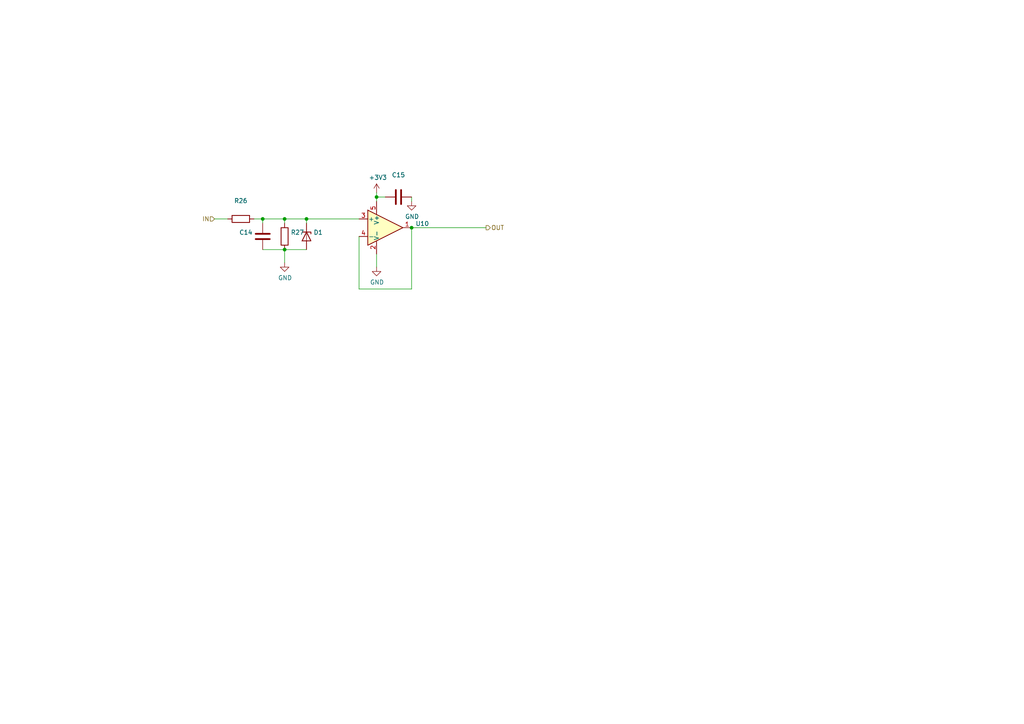
<source format=kicad_sch>
(kicad_sch (version 20211123) (generator eeschema)
  (paper "A4")
  (title_block (title "Analog input"))
  (lib_symbols
    (symbol "Amplifier_Operational:MCP6001x-LT" (pin_names (offset 0.127))
      (property "Reference" "U" (at -1.27 6.35 0))
      (property "Value" "MCP6001x-LT" (at -1.27 3.81 0))
      (symbol "MCP6001x-LT_0_1"
        (polyline (pts (xy -5.08 5.08) (xy 5.08 0) (xy -5.08 -5.08) (xy -5.08 5.08)) (stroke (width 0.254)) (fill (type background)))
        (pin power_in line (at -2.54 -7.62 90) (length 3.81) (name "V-") (number "2"))
        (pin power_in line (at -2.54 7.62 270) (length 3.81) (name "V+") (number "5"))
      )
      (symbol "MCP6001x-LT_1_1"
        (pin output line (at 7.62 0 180) (length 2.54) (name "~") (number "1"))
        (pin input line (at -7.62 2.54 0) (length 2.54) (name "+") (number "3"))
        (pin input line (at -7.62 -2.54 0) (length 2.54) (name "-") (number "4"))
      )
    )
    (symbol "Device:C" (pin_numbers hide) (pin_names (offset 0.254))
      (property "Reference" "C" (at 0.635 2.54 0))
      (property "Value" "C" (at 0.635 -2.54 0))
      (symbol "C_0_1"
        (polyline (pts (xy -2.032 -0.762) (xy 2.032 -0.762)) (stroke (width 0.508)))
        (polyline (pts (xy -2.032 0.762) (xy 2.032 0.762)) (stroke (width 0.508)))
      )
      (symbol "C_1_1"
        (pin passive line (at 0 3.81 270) (length 2.794) (name "~") (number "1"))
        (pin passive line (at 0 -3.81 90) (length 2.794) (name "~") (number "2"))
      )
    )
    (symbol "Device:R" (pin_numbers hide) (pin_names (offset 0))
      (property "Reference" "R" (at 2.032 0 90))
      (property "Value" "R" (at 0 0 90))
      (symbol "R_0_1"
        (rectangle (start -1.016 -2.54) (end 1.016 2.54) (stroke (width 0.254)))
      )
      (symbol "R_1_1"
        (pin passive line (at 0 3.81 270) (length 1.27) (name "~") (number "1"))
        (pin passive line (at 0 -3.81 90) (length 1.27) (name "~") (number "2"))
      )
    )
    (symbol "karta_pomiarowa_v2-rescue:+3.3V-power" (power) (pin_names (offset 0))
      (property "Value" "+3.3V-power" (at 0 3.556 0))
      (symbol "+3.3V-power_0_1"
        (polyline (pts (xy -0.762 1.27) (xy 0 2.54)))
        (polyline (pts (xy 0 0) (xy 0 2.54)))
        (polyline (pts (xy 0 2.54) (xy 0.762 1.27)))
      )
      (symbol "+3.3V-power_1_1"
        (pin power_in line (at 0 0 90) (length 0) hide (name "+3V3") (number "1"))
      )
    )
    (symbol "karta_pomiarowa_v2-rescue:BZX84Cxx-Diode" (pin_numbers hide) (pin_names (offset 1.016) hide)
      (property "Reference" "D" (at 0 2.54 0))
      (property "Value" "BZX84Cxx-Diode" (at 0 -2.54 0))
      (symbol "BZX84Cxx-Diode_0_1"
        (polyline (pts (xy 1.27 0) (xy -1.27 0)))
        (polyline (pts (xy -1.27 -1.27) (xy -1.27 1.27) (xy -0.762 1.27)) (stroke (width 0.254)))
        (polyline (pts (xy 1.27 -1.27) (xy 1.27 1.27) (xy -1.27 0) (xy 1.27 -1.27)) (stroke (width 0.254)))
      )
      (symbol "BZX84Cxx-Diode_1_1"
        (pin passive line (at -3.81 0 0) (length 2.54) (name "K") (number "1"))
        (pin passive line (at 3.81 0 180) (length 2.54) (name "A") (number "2"))
      )
    )
    (symbol "power:GND" (power) (pin_names (offset 0))
      (property "Value" "GND" (at 0 -3.81 0))
      (symbol "GND_0_1"
        (polyline (pts (xy 0 0) (xy 0 -1.27) (xy 1.27 -1.27) (xy 0 -2.54) (xy -1.27 -1.27) (xy 0 -1.27)))
      )
      (symbol "GND_1_1"
        (pin power_in line (at 0 0 270) (length 0) hide (name "GND") (number "1"))
      )
    )
  )
  (junction (at 82.55 63.5))
  (junction (at 109.22 57.15))
  (junction (at 119.38 66.04))
  (junction (at 88.9 63.5))
  (junction (at 76.2 63.5))
  (junction (at 82.55 72.39))
  (wire (pts (xy 119.38 66.04) (xy 119.38 83.82)))
  (wire (pts (xy 111.76 57.15) (xy 109.22 57.15)))
  (wire (pts (xy 109.22 57.15) (xy 109.22 58.42)))
  (wire (pts (xy 82.55 63.5) (xy 76.2 63.5)))
  (wire (pts (xy 88.9 63.5) (xy 82.55 63.5)))
  (wire (pts (xy 119.38 58.42) (xy 119.38 57.15)))
  (wire (pts (xy 76.2 63.5) (xy 73.66 63.5)))
  (wire (pts (xy 82.55 72.39) (xy 82.55 76.2)))
  (wire (pts (xy 88.9 64.77) (xy 88.9 63.5)))
  (wire (pts (xy 109.22 73.66) (xy 109.22 77.47)))
  (wire (pts (xy 104.14 83.82) (xy 119.38 83.82)))
  (wire (pts (xy 140.97 66.04) (xy 119.38 66.04)))
  (wire (pts (xy 104.14 63.5) (xy 88.9 63.5)))
  (wire (pts (xy 109.22 55.88) (xy 109.22 57.15)))
  (wire (pts (xy 66.04 63.5) (xy 62.23 63.5)))
  (wire (pts (xy 82.55 64.77) (xy 82.55 63.5)))
  (wire (pts (xy 82.55 72.39) (xy 88.9 72.39)))
  (wire (pts (xy 76.2 64.77) (xy 76.2 63.5)))
  (wire (pts (xy 104.14 68.58) (xy 104.14 83.82)))
  (wire (pts (xy 76.2 72.39) (xy 82.55 72.39)))
  (hierarchical_label "OUT" (shape output) (at 140.97 66.04 0))
  (hierarchical_label "IN" (shape input) (at 62.23 63.5 180))
  (symbol (lib_id "Amplifier_Operational:MCP6001x-LT") (at 111.76 66.04 0) (unit 1)
    (property "Reference" "U10" (at 120.4976 64.8716 0) (effects (justify left)))
    (property "Datasheet" "http://ww1.microchip.com/downloads/en/DeviceDoc/21733j.pdf" (effects hide))
    (property "PartNumber" "MCP6001T-I/LT" (effects hide))
    (property "Link" "https://www.tme.eu/pl/details/mcp6001t-i_lt/wzmacniacze-operacyjne-smd/microchip-technology/" (effects hide))
  )
  (symbol (lib_id "Device:R") (at 69.85 63.5 270) (unit 1)
    (property "Reference" "R26" (at 69.85 58.2422 90))
  )
  (symbol (lib_id "Device:R") (at 82.55 68.58 180) (unit 1)
    (property "Reference" "R27" (at 84.328 67.4116 0) (effects (justify right)))
  )
  (symbol (lib_id "Device:C") (at 76.2 68.58 0) (mirror y) (unit 1)
    (property "Reference" "C14" (at 73.279 67.4116 0) (effects (justify left)))
  )
  (symbol (lib_id "karta_pomiarowa_v2-rescue:BZX84Cxx-Diode") (at 88.9 68.58 270) (unit 1)
    (property "Reference" "D1" (at 90.932 67.4116 90) (effects (justify left)))
    (property "Datasheet" "https://diotec.com/tl_files/diotec/files/pdf/datasheets/bzx84c2v4.pdf" (effects hide))
  )
  (symbol (lib_id "power:GND") (at 82.55 76.2 0) (unit 1)
    (property "Reference" "#PWR039" (effects hide))
  )
  (symbol (lib_id "power:GND") (at 109.22 77.47 0) (unit 1)
    (property "Reference" "#PWR041" (effects hide))
  )
  (symbol (lib_id "karta_pomiarowa_v2-rescue:+3.3V-power") (at 109.22 55.88 0) (unit 1)
    (property "Reference" "#PWR040" (effects hide))
  )
  (symbol (lib_id "Device:C") (at 115.57 57.15 270) (unit 1)
    (property "Reference" "C15" (at 115.57 50.7492 90))
  )
  (symbol (lib_id "power:GND") (at 119.38 58.42 0) (unit 1)
    (property "Reference" "#PWR042" (effects hide))
  )
)
</source>
